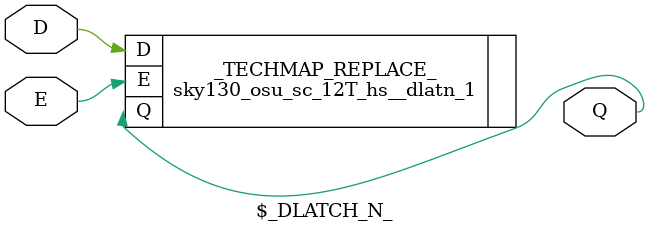
<source format=v>
module $_DLATCH_P_(input E, input D, output Q);
    sky130_osu_sc_12T_hs__dlat_1 _TECHMAP_REPLACE_ (
        .D(D),
        .E(E),
        .Q(Q)
        );
endmodule

module $_DLATCH_N_(input E, input D, output Q);
    sky130_osu_sc_12T_hs__dlatn_1 _TECHMAP_REPLACE_ (
        .D(D),
        .E(E),
        .Q(Q)
        );
endmodule

</source>
